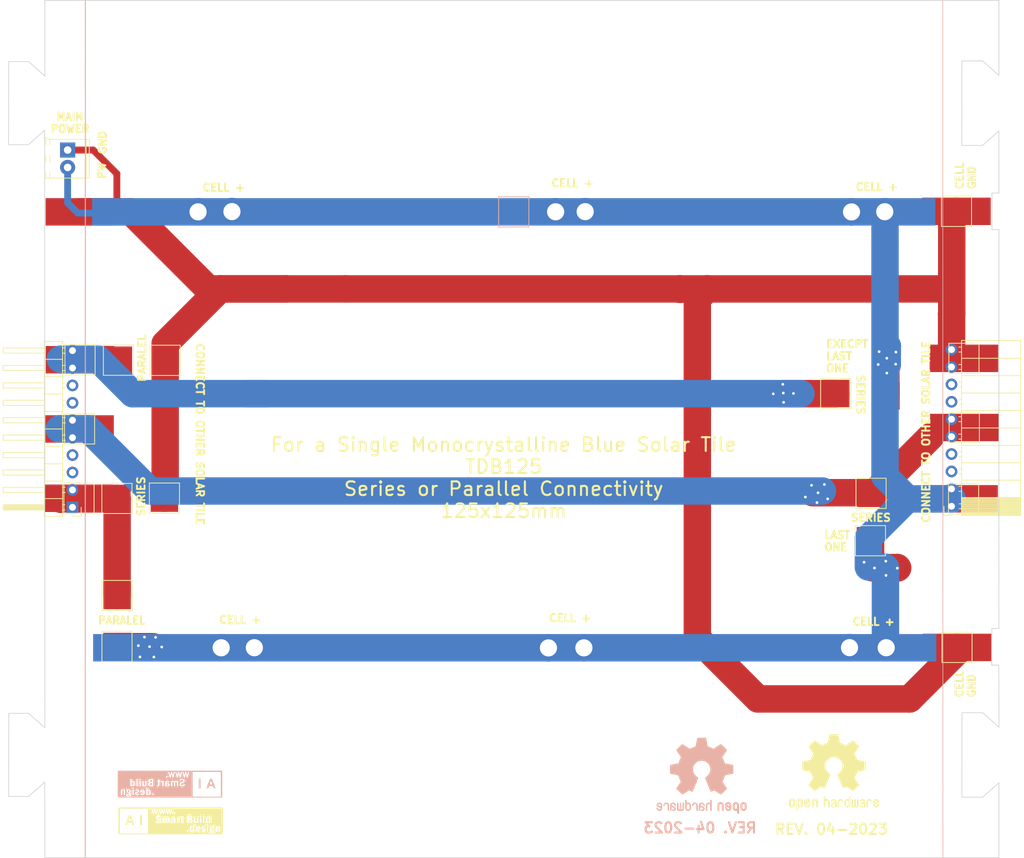
<source format=kicad_pcb>
(kicad_pcb (version 20221018) (generator pcbnew)
  (layers (0 "F.Cu" signal) (31 "B.Cu" signal) (34 "B.Paste" user) (35 "F.Paste" user) (36 "B.SilkS" user "B.Silkscreen") (37 "F.SilkS" user "F.Silkscreen") (38 "B.Mask" user) (39 "F.Mask" user) (44 "Edge.Cuts" user))
  (net 0 "")
  (net 1 "PWR")
  (net 2 "GND")
  (footprint "TestPoint:TestPoint_Pad_4.0x4.0mm" (layer "F.Cu") (at 220.24 122.98)
    (fp_text reference "REF**" hide)
    (fp_text value "TestPoint_Pad_4.0x4.0mm" hide)
    (pad "1" smd rect (at 0 0) (size 10 4) (layers "F.Cu" "F.Paste" "F.Mask") (net 2 "GND"))
  )
  (footprint "AeonLabs Logos:smart build design" (layer "F.Cu") (at 105.53 148.26)
    (fp_text reference "G***" hide)
    (fp_text value "LOGO" hide)
  )
  (footprint "MountingHole:MountingHole_2.2mm_M2" (layer "F.Cu") (at 222.28 33.74)
    (fp_text reference "REF**" hide)
    (fp_text value "MountingHole_2.2mm_M2" hide)
    (pad "" np_thru_hole circle (at 0 0) (size 2.2 2.2) (drill 2.2) (layers "*.Cu" "*.Mask"))
  )
  (footprint "Symbol:OSHW-Logo2_14.6x12mm_SilkScreen" (layer "F.Cu") (at 202.28 141.19)
    (fp_text reference "REF**" hide)
    (fp_text value "OSHW-Logo2_14.6x12mm_SilkScreen" hide)
  )
  (footprint "TestPoint:TestPoint_Pad_4.0x4.0mm" (layer "F.Cu") (at 207.61 107.41)
    (fp_text reference "REF**" hide)
    (fp_text value "TestPoint_Pad_4.0x4.0mm" hide)
    (pad "1" smd rect (at 0 0) (size 4 4) (layers "F.Cu" "F.Paste" "F.Mask") (net 1 "PWR"))
  )
  (footprint "TestPoint:TestPoint_Pad_4.0x4.0mm" (layer "F.Cu") (at 92.24 91.11)
    (fp_text reference "REF**" hide)
    (fp_text value "TestPoint_Pad_4.0x4.0mm" hide)
    (pad "1" smd rect (at 0 0) (size 10 4) (layers "F.Cu" "F.Paste" "F.Mask"))
  )
  (footprint "Connector_PinHeader_2.54mm:PinHeader_1x10_P2.54mm_Horizontal" (layer "F.Cu") (at 91.21 102.54 180)
    (fp_text reference "J2" hide)
    (fp_text value "Conn_01x10_Pin" hide)
    (pad "1" thru_hole rect (at 0 0 180) (size 1.7 1.7) (drill 1) (layers "*.Cu" "*.Mask") (net 1 "PWR"))
    (pad "2" thru_hole oval (at 0 2.54 180) (size 1.7 1.7) (drill 1) (layers "*.Cu" "*.Mask") (net 1 "PWR"))
    (pad "3" thru_hole oval (at 0 5.08 180) (size 1.7 1.7) (drill 1) (layers "*.Cu" "*.Mask"))
    (pad "4" thru_hole oval (at 0 7.62 180) (size 1.7 1.7) (drill 1) (layers "*.Cu" "*.Mask"))
    (pad "5" thru_hole oval (at 0 10.16 180) (size 1.7 1.7) (drill 1) (layers "*.Cu" "*.Mask") (net 1 "PWR"))
    (pad "6" thru_hole oval (at 0 12.7 180) (size 1.7 1.7) (drill 1) (layers "*.Cu" "*.Mask") (net 1 "PWR"))
    (pad "7" thru_hole oval (at 0 15.24 180) (size 1.7 1.7) (drill 1) (layers "*.Cu" "*.Mask"))
    (pad "8" thru_hole oval (at 0 17.78 180) (size 1.7 1.7) (drill 1) (layers "*.Cu" "*.Mask"))
    (pad "9" thru_hole oval (at 0 20.32 180) (size 1.7 1.7) (drill 1) (layers "*.Cu" "*.Mask") (net 2 "GND"))
    (pad "10" thru_hole oval (at 0 22.86 180) (size 1.7 1.7) (drill 1) (layers "*.Cu" "*.Mask") (net 2 "GND"))
  )
  (footprint "TestPoint:TestPoint_Pad_4.0x4.0mm" (layer "F.Cu") (at 97.72 115.4)
    (fp_text reference "REF**" hide)
    (fp_text value "TestPoint_Pad_4.0x4.0mm" hide)
    (pad "1" smd rect (at 0 0) (size 4 4) (layers "F.Cu" "F.Paste" "F.Mask") (net 1 "PWR"))
  )
  (footprint "TestPoint:TestPoint_Pad_4.0x4.0mm" (layer "F.Cu") (at 221.25 80.81)
    (fp_text reference "REF**" hide)
    (fp_text value "TestPoint_Pad_4.0x4.0mm" hide)
    (pad "1" smd rect (at 0 0) (size 10 4) (layers "F.Cu" "F.Paste" "F.Mask"))
  )
  (footprint "TestPoint:TestPoint_Pad_4.0x4.0mm" (layer "F.Cu") (at 97.91 81.08)
    (fp_text reference "REF**" hide)
    (fp_text value "TestPoint_Pad_4.0x4.0mm" hide)
    (pad "1" smd rect (at 0 0) (size 4 4) (layers "F.Cu" "F.Paste" "F.Mask") (net 2 "GND"))
  )
  (footprint "TestPoint:TestPoint_Pad_4.0x4.0mm" (layer "F.Cu") (at 202.55 85.94)
    (fp_text reference "REF**" hide)
    (fp_text value "TestPoint_Pad_4.0x4.0mm" hide)
    (pad "1" smd rect (at 0 0) (size 4 4) (layers "F.Cu" "F.Paste" "F.Mask") (net 2 "GND"))
  )
  (footprint "TestPoint:TestPoint_Pad_4.0x4.0mm" (layer "F.Cu") (at 207.7 100.5)
    (fp_text reference "REF**" hide)
    (fp_text value "TestPoint_Pad_4.0x4.0mm" hide)
    (pad "1" smd rect (at 0 0) (size 4 4) (layers "F.Cu" "F.Paste" "F.Mask") (net 1 "PWR"))
  )
  (footprint "TestPoint:TestPoint_Pad_4.0x4.0mm" (layer "F.Cu") (at 97.69 101.25)
    (fp_text reference "REF**" hide)
    (fp_text value "TestPoint_Pad_4.0x4.0mm" hide)
    (pad "1" smd rect (at 0 0) (size 4 4) (layers "F.Cu" "F.Paste" "F.Mask") (net 1 "PWR"))
  )
  (footprint "MountingHole:MountingHole_2.2mm_M2" (layer "F.Cu") (at 222.29 150.22)
    (fp_text reference "REF**" hide)
    (fp_text value "MountingHole_2.2mm_M2" hide)
    (pad "" np_thru_hole circle (at 0 0) (size 2.2 2.2) (drill 2.2) (layers "*.Cu" "*.Mask"))
  )
  (footprint "" (layer "F.Cu") (at 155.72 123.03)
    (fp_text reference "" (at 0 0) (layer "F.SilkS") (effects (font (size 1.27 1.27))))
    (fp_text value "" (at 0 0) (layer "F.SilkS") (effects (font (size 1.27 1.27))))
    (pad "1" smd rect (at 0 0 180) (size 123 4) (layers "B.Cu" "B.Mask") (net 1 "PWR"))
  )
  (footprint "TestPoint:TestPoint_Pad_4.0x4.0mm" (layer "F.Cu") (at 221.2 101.3)
    (fp_text reference "REF**" hide)
    (fp_text value "TestPoint_Pad_4.0x4.0mm" hide)
    (pad "1" smd rect (at 0 0) (size 10 4) (layers "F.Cu" "F.Paste" "F.Mask") (net 1 "PWR"))
  )
  (footprint "TestPoint:TestPoint_Pad_4.0x4.0mm" (layer "F.Cu") (at 104.62 101.2)
    (fp_text reference "REF**" hide)
    (fp_text value "TestPoint_Pad_4.0x4.0mm" hide)
    (pad "1" smd rect (at 0 0) (size 4 4) (layers "F.Cu" "F.Paste" "F.Mask") (net 2 "GND"))
  )
  (footprint "TestPoint:TestPoint_Pad_4.0x4.0mm" (layer "F.Cu") (at 92.16 101.22)
    (fp_text reference "REF**" hide)
    (fp_text value "TestPoint_Pad_4.0x4.0mm" hide)
    (pad "1" smd rect (at 0 0) (size 10 4) (layers "F.Cu" "F.Paste" "F.Mask") (net 1 "PWR"))
  )
  (footprint "MountingHole:MountingHole_2.2mm_M2" (layer "F.Cu") (at 90.14 32.15)
    (fp_text reference "REF**" hide)
    (fp_text value "MountingHole_2.2mm_M2" hide)
    (pad "" np_thru_hole circle (at 0 0) (size 2.2 2.2) (drill 2.2) (layers "*.Cu" "*.Mask"))
  )
  (footprint "" (layer "F.Cu") (at 92.29 59.44)
    (fp_text reference "" (at 0 0) (layer "F.SilkS") (effects (font (size 1.27 1.27))))
    (fp_text value "" (at 0 0) (layer "F.SilkS") (effects (font (size 1.27 1.27))))
    (pad "1" smd rect (at 0 0) (size 10 4) (layers "F.Cu" "F.Paste" "F.Mask") (net 2 "GND"))
  )
  (footprint "Connector_PinSocket_2.54mm:PinSocket_1x10_P2.54mm_Horizontal" (layer "F.Cu") (at 219.44 102.39 180)
    (fp_text reference "J1" hide)
    (fp_text value "Conn_01x10_Socket" hide)
    (pad "1" thru_hole rect (at 0 0 180) (size 1.7 1.7) (drill 1) (layers "*.Cu" "*.Mask") (net 1 "PWR"))
    (pad "2" thru_hole oval (at 0 2.54 180) (size 1.7 1.7) (drill 1) (layers "*.Cu" "*.Mask") (net 1 "PWR"))
    (pad "3" thru_hole oval (at 0 5.08 180) (size 1.7 1.7) (drill 1) (layers "*.Cu" "*.Mask"))
    (pad "4" thru_hole oval (at 0 7.62 180) (size 1.7 1.7) (drill 1) (layers "*.Cu" "*.Mask"))
    (pad "5" thru_hole oval (at 0 10.16 180) (size 1.7 1.7) (drill 1) (layers "*.Cu" "*.Mask") (net 1 "PWR"))
    (pad "6" thru_hole oval (at 0 12.7 180) (size 1.7 1.7) (drill 1) (layers "*.Cu" "*.Mask") (net 1 "PWR"))
    (pad "7" thru_hole oval (at 0 15.24 180) (size 1.7 1.7) (drill 1) (layers "*.Cu" "*.Mask"))
    (pad "8" thru_hole oval (at 0 17.78 180) (size 1.7 1.7) (drill 1) (layers "*.Cu" "*.Mask"))
    (pad "9" thru_hole oval (at 0 20.32 180) (size 1.7 1.7) (drill 1) (layers "*.Cu" "*.Mask") (net 2 "GND"))
    (pad "10" thru_hole oval (at 0 22.86 180) (size 1.7 1.7) (drill 1) (layers "*.Cu" "*.Mask") (net 2 "GND"))
  )
  (footprint "TestPoint:TestPoint_Pad_4.0x4.0mm" (layer "F.Cu") (at 221.3 90.9)
    (fp_text reference "REF**" hide)
    (fp_text value "TestPoint_Pad_4.0x4.0mm" hide)
    (pad "1" smd rect (at 0 0) (size 10 4) (layers "F.Cu" "F.Paste" "F.Mask"))
  )
  (footprint "TestPoint:TestPoint_Pad_4.0x4.0mm" (layer "F.Cu") (at 97.7 122.85)
    (fp_text reference "REF**" hide)
    (fp_text value "TestPoint_Pad_4.0x4.0mm" hide)
    (pad "1" smd rect (at 0 0) (size 4 4) (layers "F.Cu" "F.Paste" "F.Mask") (net 1 "PWR"))
  )
  (footprint "TestPoint:TestPoint_Pad_4.0x4.0mm" (layer "F.Cu") (at 220.16 59.37)
    (fp_text reference "REF**" hide)
    (fp_text value "TestPoint_Pad_4.0x4.0mm" hide)
    (pad "1" smd rect (at 0 0) (size 10 4) (layers "F.Cu" "F.Paste" "F.Mask") (net 2 "GND"))
  )
  (footprint "TerminalBlock_Phoenix:TerminalBlock_Phoenix_MPT-0,5-2-2.54_1x02_P2.54mm_Horizontal" (layer "F.Cu") (at 90.5 50.42 -90)
    (fp_text reference "J3" hide)
    (fp_text value "Screw_Terminal_01x02" hide)
    (pad "" np_thru_hole circle (at 0 2.54 270) (size 1.1 1.1) (drill 1.1) (layers "*.Cu" "*.Mask"))
    (pad "" np_thru_hole circle (at 2.54 2.54 270) (size 1.1 1.1) (drill 1.1) (layers "*.Cu" "*.Mask"))
    (pad "1" thru_hole rect (at 0 0 270) (size 2.2 2.2) (drill 1.1) (layers "*.Cu" "*.Mask") (net 2 "GND"))
    (pad "2" thru_hole circle (at 2.54 0 270) (size 2.2 2.2) (drill 1.1) (layers "*.Cu" "*.Mask") (net 1 "PWR"))
  )
  (footprint "" (layer "F.Cu") (at 209.88 86.28)
    (fp_text reference "" (at 0 0) (layer "F.SilkS") (effects (font (size 1.27 1.27))))
    (fp_text value "" (at 0 0) (layer "F.SilkS") (effects (font (size 1.27 1.27))))
    (pad "1" smd rect (at 0 0) (size 4 4) (layers "F.Cu" "F.Paste" "F.Mask") (net 1 "PWR"))
  )
  (footprint "MountingHole:MountingHole_2.2mm_M2" (layer "F.Cu") (at 90.1 150.39)
    (fp_text reference "REF**" hide)
    (fp_text value "MountingHole_2.2mm_M2" hide)
    (pad "" np_thru_hole circle (at 0 0) (size 2.2 2.2) (drill 2.2) (layers "*.Cu" "*.Mask"))
  )
  (footprint "TestPoint:TestPoint_Pad_4.0x4.0mm" (layer "F.Cu") (at 104.73 81.1)
    (fp_text reference "REF**" hide)
    (fp_text value "TestPoint_Pad_4.0x4.0mm" hide)
    (pad "1" smd rect (at 0 0) (size 4 4) (layers "F.Cu" "F.Paste" "F.Mask") (net 2 "GND"))
  )
  (footprint "TestPoint:TestPoint_Pad_4.0x4.0mm" (layer "F.Cu") (at 92.31 81.01)
    (fp_text reference "REF**" hide)
    (fp_text value "TestPoint_Pad_4.0x4.0mm" hide)
    (pad "1" smd rect (at 0 0) (size 10 4) (layers "F.Cu" "F.Paste" "F.Mask"))
  )
  (footprint "AeonLabs Logos:smart build design" (layer "B.Cu") (at 105.43 142.91 180)
    (fp_text reference "G***" hide)
    (fp_text value "LOGO" hide)
  )
  (footprint "Symbol:OSHW-Logo2_14.6x12mm_SilkScreen" (layer "B.Cu") (at 182.99 141.7 180)
    (fp_text reference "REF**" hide)
    (fp_text value "OSHW-Logo2_14.6x12mm_SilkScreen" hide)
  )
  (footprint "TestPoint:TestPoint_Pad_4.0x4.0mm" (layer "B.Cu") (at 155.58 59.44 180)
    (fp_text reference "REF**" hide)
    (fp_text value "TestPoint_Pad_4.0x4.0mm" hide)
    (pad "1" smd rect (at 0 0 180) (size 123 4) (layers "B.Cu" "B.Mask") (net 1 "PWR"))
  )
  (gr_line (start 93.09 28.61) (end 93.07 153.64) (stroke (width 0.15)) (layer "B.SilkS"))
  (gr_line (start 218.18 153.64) (end 218.16 28.61) (stroke (width 0.1)) (layer "B.SilkS"))
  (gr_line (start 220.95 144.83) (end 220.96 132.5) (stroke (width 0.1)) (layer "Edge.Cuts"))
  (gr_line (start 84.79 37.51) (end 81.9 37.51) (stroke (width 0.1)) (layer "Edge.Cuts"))
  (gr_line (start 87.17 39.63) (end 84.79 37.51) (stroke (width 0.1)) (layer "Edge.Cuts"))
  (gr_line (start 223.98 37.42) (end 220.95 37.42) (stroke (width 0.1)) (layer "Edge.Cuts"))
  (gr_line (start 226.36 134.61) (end 223.99 132.5) (stroke (width 0.1)) (layer "Edge.Cuts"))
  (gr_line (start 226.35 62.03) (end 225.33 62.03) (stroke (width 0.1)) (layer "Edge.Cuts"))
  (gr_line (start 87.18 28.6) (end 226.35 28.6) (stroke (width 0.1)) (layer "Edge.Cuts"))
  (gr_line (start 225.32 120.22) (end 225.31 125.56) (stroke (width 0.1)) (layer "Edge.Cuts"))
  (gr_line (start 87.18 153.65) (end 87.16 142.615) (stroke (width 0.1)) (layer "Edge.Cuts"))
  (gr_line (start 223.97 49.75) (end 226.34 47.64) (stroke (width 0.1)) (layer "Edge.Cuts"))
  (gr_line (start 87.17 39.63) (end 87.18 28.6) (stroke (width 0.1)) (layer "Edge.Cuts"))
  (gr_line (start 226.34 120.22) (end 225.32 120.22) (stroke (width 0.1)) (layer "Edge.Cuts"))
  (gr_line (start 81.905 144.72) (end 81.915 132.59) (stroke (width 0.1)) (layer "Edge.Cuts"))
  (gr_line (start 87.185 134.71) (end 87.145 47.535) (stroke (width 0.1)) (layer "Edge.Cuts"))
  (gr_line (start 84.775 49.645) (end 87.145 47.535) (stroke (width 0.1)) (layer "Edge.Cuts"))
  (gr_line (start 225.34 56.69) (end 225.33 62.03) (stroke (width 0.1)) (layer "Edge.Cuts"))
  (gr_line (start 226.35 56.69) (end 225.34 56.69) (stroke (width 0.1)) (layer "Edge.Cuts"))
  (gr_line (start 226.35 39.53) (end 223.98 37.42) (stroke (width 0.1)) (layer "Edge.Cuts"))
  (gr_line (start 226.34 47.64) (end 226.35 56.69) (stroke (width 0.1)) (layer "Edge.Cuts"))
  (gr_line (start 84.79 144.725) (end 81.905 144.72) (stroke (width 0.1)) (layer "Edge.Cuts"))
  (gr_line (start 84.79 144.725) (end 87.16 142.615) (stroke (width 0.1)) (layer "Edge.Cuts"))
  (gr_line (start 223.98 144.83) (end 220.95 144.83) (stroke (width 0.1)) (layer "Edge.Cuts"))
  (gr_line (start 84.775 49.645) (end 81.89 49.64) (stroke (width 0.1)) (layer "Edge.Cuts"))
  (gr_line (start 226.35 28.6) (end 226.35 39.53) (stroke (width 0.1)) (layer "Edge.Cuts"))
  (gr_line (start 225.31 125.56) (end 226.33 125.56) (stroke (width 0.1)) (layer "Edge.Cuts"))
  (gr_line (start 81.89 49.64) (end 81.9 37.51) (stroke (width 0.1)) (layer "Edge.Cuts"))
  (gr_line (start 223.99 132.5) (end 220.96 132.5) (stroke (width 0.1)) (layer "Edge.Cuts"))
  (gr_line (start 220.94 49.75) (end 220.95 37.42) (stroke (width 0.1)) (layer "Edge.Cuts"))
  (gr_line (start 223.97 49.75) (end 220.94 49.75) (stroke (width 0.1)) (layer "Edge.Cuts"))
  (gr_line (start 226.33 125.56) (end 226.36 134.61) (stroke (width 0.1)) (layer "Edge.Cuts"))
  (gr_line (start 84.805 132.59) (end 81.915 132.59) (stroke (width 0.1)) (layer "Edge.Cuts"))
  (gr_line (start 87.185 134.71) (end 84.805 132.59) (stroke (width 0.1)) (layer "Edge.Cuts"))
  (gr_line (start 226.35 62.03) (end 226.34 120.22) (stroke (width 0.1)) (layer "Edge.Cuts"))
  (gr_line (start 226.35 153.65) (end 87.18 153.65) (stroke (width 0.1)) (layer "Edge.Cuts"))
  (gr_line (start 223.98 144.83) (end 226.35 142.72) (stroke (width 0.1)) (layer "Edge.Cuts"))
  (gr_line (start 226.35 142.72) (end 226.35 153.65) (stroke (width 0.1)) (layer "Edge.Cuts"))
  (gr_text "REV. 04-2023 " (at 191.17 150.18) (layer "B.SilkS") (effects (font (size 1.5 1.5) (thickness 0.3) bold) (justify left bottom mirror)))
  (gr_text "CELL\nGND" (at 223.05 56.3 90) (layer "F.SilkS") (effects (font (size 1.1 1.1) (thickness 0.275) bold) (justify left bottom)))
  (gr_text "GND" (at 96.25 51.18 90) (layer "F.SilkS") (effects (font (size 1.1 1.1) (thickness 0.275) bold) (justify left bottom)))
  (gr_text "CELL +" (at 204.84 119.87) (layer "F.SilkS") (effects (font (size 1.1 1.1) (thickness 0.275) bold) (justify left bottom)))
  (gr_text "SERIES" (at 205.54 83.08 -90) (layer "F.SilkS") (effects (font (size 1.1 1.1) (thickness 0.275) bold) (justify left bottom)))
  (gr_text "CELL +" (at 160.93 55.9) (layer "F.SilkS") (effects (font (size 1.1 1.1) (thickness 0.275) bold) (justify left bottom)))
  (gr_text "PW\n" (at 96.15 54.77 90) (layer "F.SilkS") (effects (font (size 1.1 1.1) (thickness 0.275) bold) (justify left bottom)))
  (gr_text "SERIES" (at 101.87 103.97 90) (layer "F.SilkS") (effects (font (size 1.1 1.1) (thickness 0.275) bold) (justify left bottom)))
  (gr_text "CONNECT TO OTHER SOLAR TILE" (at 216.37 104.95 90) (layer "F.SilkS") (effects (font (size 1.1 1.1) (thickness 0.275) bold) (justify left bottom)))
  (gr_text "CONNECT TO OTHER SOLAR TILE" (at 109.16 78.48 -90) (layer "F.SilkS") (effects (font (size 1.1 1.1) (thickness 0.275) bold) (justify left bottom)))
  (gr_text "PARALEL" (at 102 84.38 90) (layer "F.SilkS") (effects (font (size 1.1 1.1) (thickness 0.275) bold) (justify left bottom)))
  (gr_text "SERIES" (at 204.65 104.7) (layer "F.SilkS") (effects (font (size 1.1 1.1) (thickness 0.275) bold) (justify left bottom)))
  (gr_text "LAST\nONE" (at 200.74 108.99) (layer "F.SilkS") (effects (font (size 1.1 1.1) (thickness 0.275) bold) (justify left bottom)))
  (gr_text "PARALEL" (at 94.78 119.68) (layer "F.SilkS") (effects (font (size 1.1 1.1) (thickness 0.275) bold) (justify left bottom)))
  (gr_text "CELL +" (at 205.32 56.44) (layer "F.SilkS") (effects (font (size 1.1 1.1) (thickness 0.275) bold) (justify left bottom)))
  (gr_text "CELL +" (at 110.04 56.54) (layer "F.SilkS") (effects (font (size 1.1 1.1) (thickness 0.275) bold) (justify left bottom)))
  (gr_text "EXECPT\nLAST\nONE" (at 200.99 82.9) (layer "F.SilkS") (effects (font (size 1.1 1.1) (thickness 0.275) bold) (justify left bottom)))
  (gr_text "MAIN\nPOWER" (at 90.84 47.98) (layer "F.SilkS") (effects (font (size 1.1 1.1) (thickness 0.275) bold) (justify bottom)))
  (gr_text "REV. 04-2023 " (at 193.5 150.38) (layer "F.SilkS") (effects (font (size 1.5 1.5) (thickness 0.3) bold) (justify left bottom)))
  (gr_text "CELL +" (at 160.57 119.33) (layer "F.SilkS") (effects (font (size 1.1 1.1) (thickness 0.275) bold) (justify left bottom)))
  (gr_text "CELL\nGND" (at 223.01 130.41 90) (layer "F.SilkS") (effects (font (size 1.1 1.1) (thickness 0.275) bold) (justify left bottom)))
  (gr_text "CELL +" (at 112.45 119.6) (layer "F.SilkS") (effects (font (size 1.1 1.1) (thickness 0.275) bold) (justify left bottom)))
  (gr_text "For a Single Monocrystalline Blue Solar Tile\nTDB125\nSeries or Parallel Connectivity\n125x125mm\n" (at 154.11 104.23) (layer "F.SilkS") (effects (font (size 2 2) (thickness 0.3) bold) (justify bottom)))
  (segment (start 219.44 92.23) (end 216.38 92.23) (width 1) (layer "F.Cu") (net 1))
  (segment (start 91.15 101.25) (end 91.16 101.26) (width 1) (layer "F.Cu") (net 1))
  (segment (start 219.44 89.69) (end 218.92 89.69) (width 1) (layer "F.Cu") (net 1))
  (segment (start 208.2 111.39) (end 208.26 111.33) (width 4) (layer "F.Cu") (net 1))
  (segment (start 219.44 89.69) (end 219.44 92.23) (width 1) (layer "F.Cu") (net 1))
  (segment (start 207.79 111.33) (end 208.14 111.33) (width 4) (layer "F.Cu") (net 1))
  (segment (start 208.2 100.41) (end 199.2 100.41) (width 4) (layer "F.Cu") (net 1))
  (segment (start 207.61 111.15) (end 207.79 111.33) (width 4) (layer "F.Cu") (net 1))
  (segment (start 208.26 111.33) (end 211.53 111.33) (width 4) (layer "F.Cu") (net 1))
  (segment (start 91.15 100) (end 91.15 101.25) (width 1) (layer "F.Cu") (net 1))
  (segment (start 89.54 101.38) (end 89.61 101.31) (width 4) (layer "F.Cu") (net 1))
  (segment (start 207.61 107.41) (end 207.61 111.15) (width 4) (layer "F.Cu") (net 1))
  (segment (start 218.92 89.69) (end 216.38 92.23) (width 1) (layer "F.Cu") (net 1))
  (segment (start 97.64 122.87) (end 102.96 122.87) (width 4) (layer "F.Cu") (net 1))
  (segment (start 208.14 111.33) (end 208.2 111.39) (width 4) (layer "F.Cu") (net 1))
  (segment (start 97.72 101.28) (end 97.72 115.4) (width 4) (layer "F.Cu") (net 1))
  (segment (start 209.86 86.115) (end 209.86 80.385) (width 4) (layer "F.Cu") (net 1))
  (segment (start 91.15 101.25) (end 91.15 102.54) (width 1) (layer "F.Cu") (net 1))
  (segment (start 97.69 101.25) (end 97.72 101.28) (width 4) (layer "F.Cu") (net 1))
  (segment (start 216.38 92.23) (end 208.2 100.41) (width 4) (layer "F.Cu") (net 1))
  (segment (start 211.53 111.33) (end 211.59 111.39) (width 4) (layer "F.Cu") (net 1))
  (segment (start 89.61 101.31) (end 97.62 101.31) (width 4) (layer "F.Cu") (net 1))
  (via (at 160.64 123.05) (size 4) (drill 2.5) (layers "F.Cu" "B.Cu") (net 1))
  (via (at 204.85 59.45) (size 4) (drill 2.5) (layers "F.Cu" "B.Cu") (net 1))
  (via (at 117.74 123.02) (size 4) (drill 2.5) (layers "F.Cu" "B.Cu") (net 1))
  (via (at 209.7 59.42) (size 4) (drill 2.5) (layers "F.Cu" "B.Cu") (net 1))
  (via (at 102.45 122.87) (size 0.8) (drill 0.4) (layers "F.Cu" "B.Cu") (net 1))
  (via (at 210 82.96) (size 0.8) (drill 0.4) (layers "F.Cu" "B.Cu") (net 1))
  (via (at 104.23 122.92) (size 0.8) (drill 0.4) (layers "F.Cu" "B.Cu") (net 1))
  (via (at 201.37 101.31) (size 0.8) (drill 0.4) (layers "F.Cu" "B.Cu") (net 1))
  (via (at 209.85 110.4) (size 0.8) (drill 0.4) (layers "F.Cu" "B.Cu") (net 1))
  (via (at 206.68 110.55) (size 0.8) (drill 0.4) (layers "F.Cu" "B.Cu") (net 1))
  (via (at 199.97 100.42) (size 0.8) (drill 0.4) (layers "F.Cu" "B.Cu") (net 1))
  (via (at 211.29 81.66) (size 0.8) (drill 0.4) (layers "F.Cu" "B.Cu") (net 1))
  (via (at 103.33 121.51) (size 0.8) (drill 0.4) (layers "F.Cu" "B.Cu") (net 1))
  (via (at 112.9 123.03) (size 4) (drill 2.5) (layers "F.Cu" "B.Cu") (net 1))
  (via (at 114.47 59.4) (size 4) (drill 2.5) (layers "F.Cu" "B.Cu") (net 1))
  (via (at 199.02 99.33) (size 0.8) (drill 0.4) (layers "F.Cu" "B.Cu") (net 1))
  (via (at 101.71 121.47) (size 0.8) (drill 0.4) (layers "F.Cu" "B.Cu") (net 1))
  (via (at 208.74 81.71) (size 0.8) (drill 0.4) (layers "F.Cu" "B.Cu") (net 1))
  (via (at 200.9 99.21) (size 0.8) (drill 0.4) (layers "F.Cu" "B.Cu") (net 1))
  (via (at 209.91 123.02) (size 4) (drill 2.5) (layers "F.Cu" "B.Cu") (net 1))
  (via (at 166 59.41) (size 4) (drill 2.5) (layers "F.Cu" "B.Cu") (net 1))
  (via (at 109.53 59.44) (size 4) (drill 2.5) (layers "F.Cu" "B.Cu") (net 1))
  (via (at 211.32 79.9) (size 0.8) (drill 0.4) (layers "F.Cu" "B.Cu") (net 1))
  (via (at 103.08 124.38) (size 0.8) (drill 0.4) (layers "F.Cu" "B.Cu") (net 1))
  (via (at 209.88 112.47) (size 0.8) (drill 0.4) (layers "F.Cu" "B.Cu") (net 1))
  (via (at 211.53 111.42) (size 0.8) (drill 0.4) (layers "F.Cu" "B.Cu") (net 1))
  (via (at 208.2 111.39) (size 0.8) (drill 0.4) (layers "F.Cu" "B.Cu") (net 1))
  (via (at 101.05 124.37) (size 0.8) (drill 0.4) (layers "F.Cu" "B.Cu") (net 1))
  (via (at 165.81 123.04) (size 4) (drill 2.5) (layers "F.Cu" "B.Cu") (net 1))
  (via (at 161.69 59.43) (size 4) (drill 2.5) (layers "F.Cu" "B.Cu") (net 1))
  (via (at 199.81 101.85) (size 0.8) (drill 0.4) (layers "F.Cu" "B.Cu") (net 1))
  (via (at 208.88 79.83) (size 0.8) (drill 0.4) (layers "F.Cu" "B.Cu") (net 1))
  (via (at 100.82 122.72) (size 0.8) (drill 0.4) (layers "F.Cu" "B.Cu") (net 1))
  (via (at 204.56 123.01) (size 4) (drill 2.5) (layers "F.Cu" "B.Cu") (net 1))
  (via (at 198.12 101.04) (size 0.8) (drill 0.4) (layers "F.Cu" "B.Cu") (net 1))
  (via (at 210 80.79) (size 0.8) (drill 0.4) (layers "F.Cu" "B.Cu") (net 1))
  (segment (start 209.74 111.27) (end 209.8 111.33) (width 4) (layer "B.Cu") (net 1))
  (segment (start 90.5 58.12) (end 91.99 59.61) (width 1) (layer "B.Cu") (net 1))
  (segment (start 109.7575 59.62) (end 92.68 59.62) (width 1) (layer "B.Cu") (net 1))
  (segment (start 209.8 111.33) (end 209.8 123.015) (width 4) (layer "B.Cu") (net 1))
  (segment (start 209.74 64.13) (end 209.74 98.03) (width 4) (layer "B.Cu") (net 1))
  (segment (start 89.29 91.1) (end 93.49 91.1) (width 4) (layer "B.Cu") (net 1))
  (segment (start 207.31 107.02) (end 207.31 111.24) (width 4) (layer "B.Cu") (net 1))
  (segment (start 213.02 101.31) (end 219.51 101.31) (width 4) (layer "B.Cu") (net 1))
  (segment (start 213.02 101.31) (end 207.31 107.02) (width 4) (layer "B.Cu") (net 1))
  (segment (start 102.55 100.16) (end 200.61 100.16) (width 4) (layer "B.Cu") (net 1))
  (segment (start 210.07 79.02) (end 210.08 79.03) (width 4) (layer "B.Cu") (net 1))
  (segment (start 93.49 91.1) (end 102.55 100.16) (width 4) (layer "B.Cu") (net 1))
  (segment (start 210.07 79.04) (end 210.08 79.03) (width 4) (layer "B.Cu") (net 1))
  (segment (start 210.07 81.79) (end 210.07 79.04) (width 4) (layer "B.Cu") (net 1))
  (segment (start 91.99 59.61) (end 92.67 59.61) (width 1) (layer "B.Cu") (net 1))
  (segment (start 209.74 98.03) (end 213.02 101.31) (width 4) (layer "B.Cu") (net 1))
  (segment (start 219.51 101.31) (end 219.37 101.17) (width 4) (layer "B.Cu") (net 1))
  (segment (start 90.5 52.96) (end 90.5 58.12) (width 1) (layer "B.Cu") (net 1))
  (segment (start 209.74 61.725) (end 209.74 63.775) (width 4) (layer "B.Cu") (net 1))
  (segment (start 103.16 101.18) (end 103.23 101.25) (width 1) (layer "F.Cu") (net 2))
  (segment (start 191.2 130.49) (end 182.36 121.65) (width 4) (layer "F.Cu") (net 2))
  (segment (start 89.53 81) (end 96.59 81) (width 4) (layer "F.Cu") (net 2))
  (segment (start 104.73 78.69) (end 112.74 70.68) (width 4) (layer "F.Cu") (net 2))
  (segment (start 219.47 74.295) (end 219.47 60.06) (width 4) (layer "F.Cu") (net 2))
  (segment (start 179.79 70.68) (end 131.02 70.68) (width 4) (layer "F.Cu") (net 2))
  (segment (start 213.33 130.49) (end 191.2 130.49) (width 4) (layer "F.Cu") (net 2))
  (segment (start 112.74 70.68) (end 122.37 70.68) (width 4) (layer "F.Cu") (net 2))
  (segment (start 182.36 72.1) (end 183.78 70.68) (width 4) (layer "F.Cu") (net 2))
  (segment (start 103.23 79.6) (end 104.73 81.1) (width 1) (layer "F.Cu") (net 2))
  (segment (start 89.47 80.94) (end 89.53 81) (width 4) (layer "F.Cu") (net 2))
  (segment (start 104.73 81.1) (end 104.73 78.69) (width 4) (layer "F.Cu") (net 2))
  (segment (start 99.78 59.44) (end 92.29 59.44) (width 4) (layer "F.Cu") (net 2))
  (segment (start 219.44 74.325) (end 219.47 74.295) (width 4) (layer "F.Cu") (net 2))
  (segment (start 91.15 80.9) (end 91.17 80.92) (width 1) (layer "F.Cu") (net 2))
  (segment (start 179.79 70.68) (end 183.78 70.68) (width 4) (layer "F.Cu") (net 2))
  (segment (start 219.45 74.325) (end 219.45 80.735) (width 4) (layer "F.Cu") (net 2))
  (segment (start 179.86 70.75) (end 179.79 70.68) (width 4) (layer "F.Cu") (net 2))
  (segment (start 97.68 53.87) (end 94.23 50.42) (width 1) (layer "F.Cu") (net 2))
  (segment (start 104.73 81.1) (end 104.73 101.09) (width 4) (layer "F.Cu") (net 2))
  (segment (start 182.36 121.65) (end 182.36 72.1) (width 4) (layer "F.Cu") (net 2))
  (segment (start 220.24 123.58) (end 213.33 130.49) (width 4) (layer "F.Cu") (net 2))
  (segment (start 91.15 79.68) (end 91.15 80.9) (width 1) (layer "F.Cu") (net 2))
  (segment (start 96.31 80.92) (end 96.34 80.89) (width 1) (layer "F.Cu") (net 2))
  (segment (start 220.24 122.98) (end 220.24 123.58) (width 4) (layer "F.Cu") (net 2))
  (segment (start 122.37 70.68) (end 131.02 70.68) (width 4) (layer "F.Cu") (net 2))
  (segment (start 194.59 85.96) (end 202.57 85.96) (width 4) (layer "F.Cu") (net 2))
  (segment (start 122.37 70.68) (end 111.02 70.68) (width 4) (layer "F.Cu") (net 2))
  (segment (start 111.02 70.68) (end 99.78 59.44) (width 4) (layer "F.Cu") (net 2))
  (segment (start 94.23 50.42) (end 90.5 50.42) (width 1) (layer "F.Cu") (net 2))
  (segment (start 183.78 70.68) (end 219.01 70.68) (width 4) (layer "F.Cu") (net 2))
  (segment (start 104.73 101.09) (end 104.62 101.2) (width 4) (layer "F.Cu") (net 2))
  (segment (start 219.47 60.06) (end 220.16 59.37) (width 4) (layer "F.Cu") (net 2))
  (segment (start 97.68 59.44) (end 97.68 53.87) (width 1) (layer "F.Cu") (net 2))
  (segment (start 91.15 80.9) (end 91.15 82.22) (width 1) (layer "F.Cu") (net 2))
  (via (at 196.38 85.93) (size 0.8) (drill 0.4) (layers "F.Cu" "B.Cu") (net 2))
  (via (at 193.44 85.99) (size 0.8) (drill 0.4) (layers "F.Cu" "B.Cu") (net 2))
  (via (at 194.9 85.87) (size 0.8) (drill 0.4) (layers "F.Cu" "B.Cu") (net 2))
  (via (at 194.94 87.23) (size 0.8) (drill 0.4) (layers "F.Cu" "B.Cu") (net 2))
  (via (at 194.83 84.6) (size 0.8) (drill 0.4) (layers "F.Cu" "B.Cu") (net 2))
  (segment (start 91.15 82.22) (end 91.15 79.68) (width 1) (layer "B.Cu") (net 2))
  (segment (start 119.59 85.96) (end 99.98 85.96) (width 4) (layer "B.Cu") (net 2))
  (segment (start 99.98 85.96) (end 94.96 80.94) (width 4) (layer "B.Cu") (net 2))
  (segment (start 94.96 80.94) (end 89.45 80.94) (width 4) (layer "B.Cu") (net 2))
  (segment (start 116.69 85.96) (end 197.48 85.96) (width 4) (layer "B.Cu") (net 2))
)
</source>
